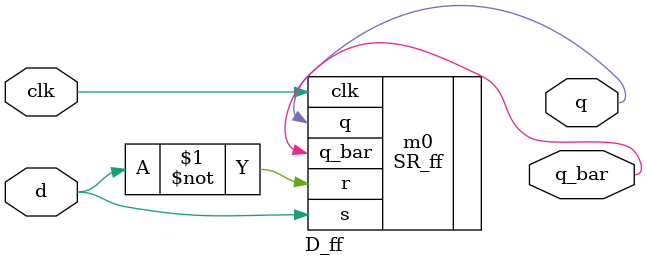
<source format=v>
`timescale 1ns / 1ps


module D_ff(input d,output q,output q_bar,input clk);
SR_ff m0(.s(d),.r(~d),.q(q),.q_bar(q_bar),.clk(clk));
endmodule

</source>
